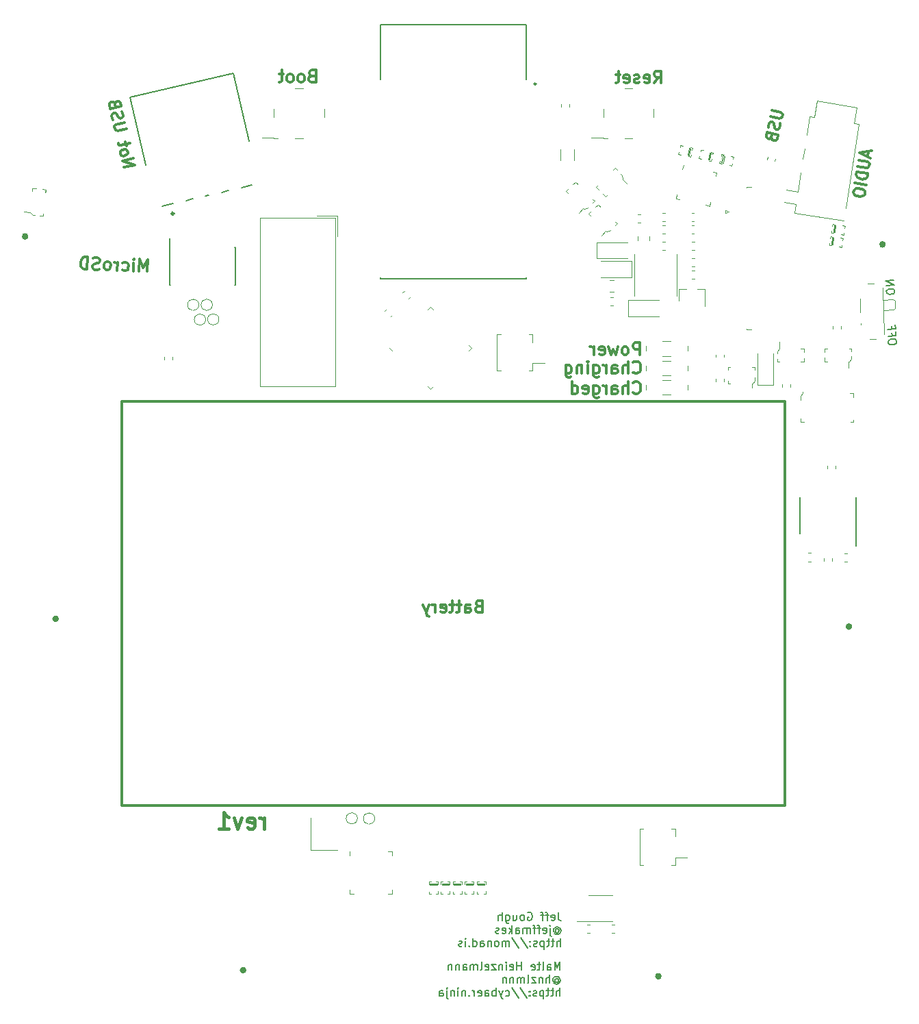
<source format=gbr>
G04 #@! TF.GenerationSoftware,KiCad,Pcbnew,5.99.0-unknown-r17145-8bd2765f*
G04 #@! TF.CreationDate,2019-12-03T04:13:14+08:00*
G04 #@! TF.ProjectId,tr20,74723230-2e6b-4696-9361-645f70636258,rev?*
G04 #@! TF.SameCoordinates,Original*
G04 #@! TF.FileFunction,Legend,Bot*
G04 #@! TF.FilePolarity,Positive*
%FSLAX46Y46*%
G04 Gerber Fmt 4.6, Leading zero omitted, Abs format (unit mm)*
G04 Created by KiCad (PCBNEW 5.99.0-unknown-r17145-8bd2765f) date 2019-12-03 04:13:14*
%MOMM*%
%LPD*%
G04 APERTURE LIST*
%ADD10C,0.200000*%
%ADD11C,0.300000*%
%ADD12C,0.400000*%
%ADD13C,0.120000*%
%ADD14C,0.100000*%
%ADD15C,0.127000*%
%ADD16C,0.240000*%
%ADD17C,0.150000*%
G04 APERTURE END LIST*
D10*
X12960590Y31723219D02*
X12960590Y31008933D01*
X13008209Y30866076D01*
X13103447Y30770838D01*
X13246304Y30723219D01*
X13341542Y30723219D01*
X12103447Y30770838D02*
X12198685Y30723219D01*
X12389161Y30723219D01*
X12484400Y30770838D01*
X12532019Y30866076D01*
X12532019Y31247028D01*
X12484400Y31342266D01*
X12389161Y31389885D01*
X12198685Y31389885D01*
X12103447Y31342266D01*
X12055828Y31247028D01*
X12055828Y31151790D01*
X12532019Y31056552D01*
X11770114Y31389885D02*
X11389161Y31389885D01*
X11627257Y30723219D02*
X11627257Y31580361D01*
X11579638Y31675600D01*
X11484400Y31723219D01*
X11389161Y31723219D01*
X11198685Y31389885D02*
X10817733Y31389885D01*
X11055828Y30723219D02*
X11055828Y31580361D01*
X11008209Y31675600D01*
X10912971Y31723219D01*
X10817733Y31723219D01*
X9198685Y31675600D02*
X9293923Y31723219D01*
X9436780Y31723219D01*
X9579638Y31675600D01*
X9674876Y31580361D01*
X9722495Y31485123D01*
X9770114Y31294647D01*
X9770114Y31151790D01*
X9722495Y30961314D01*
X9674876Y30866076D01*
X9579638Y30770838D01*
X9436780Y30723219D01*
X9341542Y30723219D01*
X9198685Y30770838D01*
X9151066Y30818457D01*
X9151066Y31151790D01*
X9341542Y31151790D01*
X8579638Y30723219D02*
X8674876Y30770838D01*
X8722495Y30818457D01*
X8770114Y30913695D01*
X8770114Y31199409D01*
X8722495Y31294647D01*
X8674876Y31342266D01*
X8579638Y31389885D01*
X8436780Y31389885D01*
X8341542Y31342266D01*
X8293923Y31294647D01*
X8246304Y31199409D01*
X8246304Y30913695D01*
X8293923Y30818457D01*
X8341542Y30770838D01*
X8436780Y30723219D01*
X8579638Y30723219D01*
X7389161Y31389885D02*
X7389161Y30723219D01*
X7817733Y31389885D02*
X7817733Y30866076D01*
X7770114Y30770838D01*
X7674876Y30723219D01*
X7532019Y30723219D01*
X7436780Y30770838D01*
X7389161Y30818457D01*
X6484400Y31389885D02*
X6484400Y30580361D01*
X6532019Y30485123D01*
X6579638Y30437504D01*
X6674876Y30389885D01*
X6817733Y30389885D01*
X6912971Y30437504D01*
X6484400Y30770838D02*
X6579638Y30723219D01*
X6770114Y30723219D01*
X6865352Y30770838D01*
X6912971Y30818457D01*
X6960590Y30913695D01*
X6960590Y31199409D01*
X6912971Y31294647D01*
X6865352Y31342266D01*
X6770114Y31389885D01*
X6579638Y31389885D01*
X6484400Y31342266D01*
X6008209Y30723219D02*
X6008209Y31723219D01*
X5579638Y30723219D02*
X5579638Y31247028D01*
X5627257Y31342266D01*
X5722495Y31389885D01*
X5865352Y31389885D01*
X5960590Y31342266D01*
X6008209Y31294647D01*
X12627257Y29589409D02*
X12674876Y29637028D01*
X12770114Y29684647D01*
X12865352Y29684647D01*
X12960590Y29637028D01*
X13008209Y29589409D01*
X13055828Y29494171D01*
X13055828Y29398933D01*
X13008209Y29303695D01*
X12960590Y29256076D01*
X12865352Y29208457D01*
X12770114Y29208457D01*
X12674876Y29256076D01*
X12627257Y29303695D01*
X12627257Y29684647D02*
X12627257Y29303695D01*
X12579638Y29256076D01*
X12532019Y29256076D01*
X12436780Y29303695D01*
X12389161Y29398933D01*
X12389161Y29637028D01*
X12484400Y29779885D01*
X12627257Y29875123D01*
X12817733Y29922742D01*
X13008209Y29875123D01*
X13151066Y29779885D01*
X13246304Y29637028D01*
X13293923Y29446552D01*
X13246304Y29256076D01*
X13151066Y29113219D01*
X13008209Y29017980D01*
X12817733Y28970361D01*
X12627257Y29017980D01*
X12484400Y29113219D01*
X11960590Y29779885D02*
X11960590Y28922742D01*
X12008209Y28827504D01*
X12103447Y28779885D01*
X12151066Y28779885D01*
X11960590Y30113219D02*
X12008209Y30065600D01*
X11960590Y30017980D01*
X11912971Y30065600D01*
X11960590Y30113219D01*
X11960590Y30017980D01*
X11103447Y29160838D02*
X11198685Y29113219D01*
X11389161Y29113219D01*
X11484400Y29160838D01*
X11532019Y29256076D01*
X11532019Y29637028D01*
X11484400Y29732266D01*
X11389161Y29779885D01*
X11198685Y29779885D01*
X11103447Y29732266D01*
X11055828Y29637028D01*
X11055828Y29541790D01*
X11532019Y29446552D01*
X10770114Y29779885D02*
X10389161Y29779885D01*
X10627257Y29113219D02*
X10627257Y29970361D01*
X10579638Y30065600D01*
X10484400Y30113219D01*
X10389161Y30113219D01*
X10198685Y29779885D02*
X9817733Y29779885D01*
X10055828Y29113219D02*
X10055828Y29970361D01*
X10008209Y30065600D01*
X9912971Y30113219D01*
X9817733Y30113219D01*
X9484400Y29113219D02*
X9484400Y29779885D01*
X9484400Y29684647D02*
X9436780Y29732266D01*
X9341542Y29779885D01*
X9198685Y29779885D01*
X9103447Y29732266D01*
X9055828Y29637028D01*
X9055828Y29113219D01*
X9055828Y29637028D02*
X9008209Y29732266D01*
X8912971Y29779885D01*
X8770114Y29779885D01*
X8674876Y29732266D01*
X8627257Y29637028D01*
X8627257Y29113219D01*
X7722495Y29113219D02*
X7722495Y29637028D01*
X7770114Y29732266D01*
X7865352Y29779885D01*
X8055828Y29779885D01*
X8151066Y29732266D01*
X7722495Y29160838D02*
X7817733Y29113219D01*
X8055828Y29113219D01*
X8151066Y29160838D01*
X8198685Y29256076D01*
X8198685Y29351314D01*
X8151066Y29446552D01*
X8055828Y29494171D01*
X7817733Y29494171D01*
X7722495Y29541790D01*
X7246304Y29113219D02*
X7246304Y30113219D01*
X7151066Y29494171D02*
X6865352Y29113219D01*
X6865352Y29779885D02*
X7246304Y29398933D01*
X6055828Y29160838D02*
X6151066Y29113219D01*
X6341542Y29113219D01*
X6436780Y29160838D01*
X6484400Y29256076D01*
X6484400Y29637028D01*
X6436780Y29732266D01*
X6341542Y29779885D01*
X6151066Y29779885D01*
X6055828Y29732266D01*
X6008209Y29637028D01*
X6008209Y29541790D01*
X6484400Y29446552D01*
X5627257Y29160838D02*
X5532019Y29113219D01*
X5341542Y29113219D01*
X5246304Y29160838D01*
X5198685Y29256076D01*
X5198685Y29303695D01*
X5246304Y29398933D01*
X5341542Y29446552D01*
X5484400Y29446552D01*
X5579638Y29494171D01*
X5627257Y29589409D01*
X5627257Y29637028D01*
X5579638Y29732266D01*
X5484400Y29779885D01*
X5341542Y29779885D01*
X5246304Y29732266D01*
X13246304Y27503219D02*
X13246304Y28503219D01*
X12817733Y27503219D02*
X12817733Y28027028D01*
X12865352Y28122266D01*
X12960590Y28169885D01*
X13103447Y28169885D01*
X13198685Y28122266D01*
X13246304Y28074647D01*
X12484400Y28169885D02*
X12103447Y28169885D01*
X12341542Y28503219D02*
X12341542Y27646076D01*
X12293923Y27550838D01*
X12198685Y27503219D01*
X12103447Y27503219D01*
X11912971Y28169885D02*
X11532019Y28169885D01*
X11770114Y28503219D02*
X11770114Y27646076D01*
X11722495Y27550838D01*
X11627257Y27503219D01*
X11532019Y27503219D01*
X11198685Y28169885D02*
X11198685Y27169885D01*
X11198685Y28122266D02*
X11103447Y28169885D01*
X10912971Y28169885D01*
X10817733Y28122266D01*
X10770114Y28074647D01*
X10722495Y27979409D01*
X10722495Y27693695D01*
X10770114Y27598457D01*
X10817733Y27550838D01*
X10912971Y27503219D01*
X11103447Y27503219D01*
X11198685Y27550838D01*
X10341542Y27550838D02*
X10246304Y27503219D01*
X10055828Y27503219D01*
X9960590Y27550838D01*
X9912971Y27646076D01*
X9912971Y27693695D01*
X9960590Y27788933D01*
X10055828Y27836552D01*
X10198685Y27836552D01*
X10293923Y27884171D01*
X10341542Y27979409D01*
X10341542Y28027028D01*
X10293923Y28122266D01*
X10198685Y28169885D01*
X10055828Y28169885D01*
X9960590Y28122266D01*
X9484400Y27598457D02*
X9436780Y27550838D01*
X9484400Y27503219D01*
X9532019Y27550838D01*
X9484400Y27598457D01*
X9484400Y27503219D01*
X9484400Y28122266D02*
X9436780Y28074647D01*
X9484400Y28027028D01*
X9532019Y28074647D01*
X9484400Y28122266D01*
X9484400Y28027028D01*
X8293923Y28550838D02*
X9151066Y27265123D01*
X7246304Y28550838D02*
X8103447Y27265123D01*
X6912971Y27503219D02*
X6912971Y28169885D01*
X6912971Y28074647D02*
X6865352Y28122266D01*
X6770114Y28169885D01*
X6627257Y28169885D01*
X6532019Y28122266D01*
X6484400Y28027028D01*
X6484400Y27503219D01*
X6484400Y28027028D02*
X6436780Y28122266D01*
X6341542Y28169885D01*
X6198685Y28169885D01*
X6103447Y28122266D01*
X6055828Y28027028D01*
X6055828Y27503219D01*
X5436780Y27503219D02*
X5532019Y27550838D01*
X5579638Y27598457D01*
X5627257Y27693695D01*
X5627257Y27979409D01*
X5579638Y28074647D01*
X5532019Y28122266D01*
X5436780Y28169885D01*
X5293923Y28169885D01*
X5198685Y28122266D01*
X5151066Y28074647D01*
X5103447Y27979409D01*
X5103447Y27693695D01*
X5151066Y27598457D01*
X5198685Y27550838D01*
X5293923Y27503219D01*
X5436780Y27503219D01*
X4674876Y28169885D02*
X4674876Y27503219D01*
X4674876Y28074647D02*
X4627257Y28122266D01*
X4532019Y28169885D01*
X4389161Y28169885D01*
X4293923Y28122266D01*
X4246304Y28027028D01*
X4246304Y27503219D01*
X3341542Y27503219D02*
X3341542Y28027028D01*
X3389161Y28122266D01*
X3484400Y28169885D01*
X3674876Y28169885D01*
X3770114Y28122266D01*
X3341542Y27550838D02*
X3436780Y27503219D01*
X3674876Y27503219D01*
X3770114Y27550838D01*
X3817733Y27646076D01*
X3817733Y27741314D01*
X3770114Y27836552D01*
X3674876Y27884171D01*
X3436780Y27884171D01*
X3341542Y27931790D01*
X2436780Y27503219D02*
X2436780Y28503219D01*
X2436780Y27550838D02*
X2532019Y27503219D01*
X2722495Y27503219D01*
X2817733Y27550838D01*
X2865352Y27598457D01*
X2912971Y27693695D01*
X2912971Y27979409D01*
X2865352Y28074647D01*
X2817733Y28122266D01*
X2722495Y28169885D01*
X2532019Y28169885D01*
X2436780Y28122266D01*
X1960590Y27598457D02*
X1912971Y27550838D01*
X1960590Y27503219D01*
X2008209Y27550838D01*
X1960590Y27598457D01*
X1960590Y27503219D01*
X1484400Y27503219D02*
X1484400Y28169885D01*
X1484400Y28503219D02*
X1532019Y28455600D01*
X1484400Y28407980D01*
X1436780Y28455600D01*
X1484400Y28503219D01*
X1484400Y28407980D01*
X1055828Y27550838D02*
X960590Y27503219D01*
X770114Y27503219D01*
X674876Y27550838D01*
X627257Y27646076D01*
X627257Y27693695D01*
X674876Y27788933D01*
X770114Y27836552D01*
X912971Y27836552D01*
X1008209Y27884171D01*
X1055828Y27979409D01*
X1055828Y28027028D01*
X1008209Y28122266D01*
X912971Y28169885D01*
X770114Y28169885D01*
X674876Y28122266D01*
D11*
X51321291Y125799548D02*
X51217001Y125141090D01*
X51737224Y125868666D02*
X50281458Y125626753D01*
X51591219Y124946824D01*
X50135452Y124704911D02*
X51254833Y124527619D01*
X51376095Y124440915D01*
X51431512Y124364640D01*
X51476500Y124222519D01*
X51434784Y123959136D01*
X51348081Y123837873D01*
X51271806Y123782456D01*
X51129685Y123737468D01*
X50010305Y123914760D01*
X51288779Y123037293D02*
X49906015Y123256301D01*
X49853870Y122927072D01*
X49888429Y122719105D01*
X49999263Y122566556D01*
X50120526Y122479852D01*
X50373481Y122372290D01*
X50571018Y122341003D01*
X50844831Y122365133D01*
X50986952Y122410121D01*
X51139501Y122520955D01*
X51236634Y122708064D01*
X51288779Y123037293D01*
X51069771Y121654529D02*
X49687007Y121873538D01*
X49541001Y120951695D02*
X49499286Y120688312D01*
X49544274Y120546191D01*
X49655107Y120393641D01*
X49908062Y120286080D01*
X50368983Y120213077D01*
X50642796Y120237207D01*
X50795345Y120348041D01*
X50882049Y120469303D01*
X50923765Y120732687D01*
X50878777Y120874808D01*
X50767943Y121027357D01*
X50514989Y121134919D01*
X50054068Y121207922D01*
X49780255Y121183792D01*
X49627705Y121072958D01*
X49541001Y120951695D01*
D10*
X13195504Y24576419D02*
X13195504Y25576419D01*
X12862171Y24862133D01*
X12528838Y25576419D01*
X12528838Y24576419D01*
X11624076Y24576419D02*
X11624076Y25100228D01*
X11671695Y25195466D01*
X11766933Y25243085D01*
X11957409Y25243085D01*
X12052647Y25195466D01*
X11624076Y24624038D02*
X11719314Y24576419D01*
X11957409Y24576419D01*
X12052647Y24624038D01*
X12100266Y24719276D01*
X12100266Y24814514D01*
X12052647Y24909752D01*
X11957409Y24957371D01*
X11719314Y24957371D01*
X11624076Y25004990D01*
X11005028Y24576419D02*
X11100266Y24624038D01*
X11147885Y24719276D01*
X11147885Y25576419D01*
X10766933Y25243085D02*
X10385980Y25243085D01*
X10624076Y25576419D02*
X10624076Y24719276D01*
X10576457Y24624038D01*
X10481219Y24576419D01*
X10385980Y24576419D01*
X9671695Y24624038D02*
X9766933Y24576419D01*
X9957409Y24576419D01*
X10052647Y24624038D01*
X10100266Y24719276D01*
X10100266Y25100228D01*
X10052647Y25195466D01*
X9957409Y25243085D01*
X9766933Y25243085D01*
X9671695Y25195466D01*
X9624076Y25100228D01*
X9624076Y25004990D01*
X10100266Y24909752D01*
X8433600Y24576419D02*
X8433600Y25576419D01*
X8433600Y25100228D02*
X7862171Y25100228D01*
X7862171Y24576419D02*
X7862171Y25576419D01*
X7005028Y24624038D02*
X7100266Y24576419D01*
X7290742Y24576419D01*
X7385980Y24624038D01*
X7433600Y24719276D01*
X7433600Y25100228D01*
X7385980Y25195466D01*
X7290742Y25243085D01*
X7100266Y25243085D01*
X7005028Y25195466D01*
X6957409Y25100228D01*
X6957409Y25004990D01*
X7433600Y24909752D01*
X6528838Y24576419D02*
X6528838Y25243085D01*
X6528838Y25576419D02*
X6576457Y25528800D01*
X6528838Y25481180D01*
X6481219Y25528800D01*
X6528838Y25576419D01*
X6528838Y25481180D01*
X6052647Y25243085D02*
X6052647Y24576419D01*
X6052647Y25147847D02*
X6005028Y25195466D01*
X5909790Y25243085D01*
X5766933Y25243085D01*
X5671695Y25195466D01*
X5624076Y25100228D01*
X5624076Y24576419D01*
X5243123Y25243085D02*
X4719314Y25243085D01*
X5243123Y24576419D01*
X4719314Y24576419D01*
X3957409Y24624038D02*
X4052647Y24576419D01*
X4243123Y24576419D01*
X4338361Y24624038D01*
X4385980Y24719276D01*
X4385980Y25100228D01*
X4338361Y25195466D01*
X4243123Y25243085D01*
X4052647Y25243085D01*
X3957409Y25195466D01*
X3909790Y25100228D01*
X3909790Y25004990D01*
X4385980Y24909752D01*
X3338361Y24576419D02*
X3433600Y24624038D01*
X3481219Y24719276D01*
X3481219Y25576419D01*
X2957409Y24576419D02*
X2957409Y25243085D01*
X2957409Y25147847D02*
X2909790Y25195466D01*
X2814552Y25243085D01*
X2671695Y25243085D01*
X2576457Y25195466D01*
X2528838Y25100228D01*
X2528838Y24576419D01*
X2528838Y25100228D02*
X2481219Y25195466D01*
X2385980Y25243085D01*
X2243123Y25243085D01*
X2147885Y25195466D01*
X2100266Y25100228D01*
X2100266Y24576419D01*
X1195504Y24576419D02*
X1195504Y25100228D01*
X1243123Y25195466D01*
X1338361Y25243085D01*
X1528838Y25243085D01*
X1624076Y25195466D01*
X1195504Y24624038D02*
X1290742Y24576419D01*
X1528838Y24576419D01*
X1624076Y24624038D01*
X1671695Y24719276D01*
X1671695Y24814514D01*
X1624076Y24909752D01*
X1528838Y24957371D01*
X1290742Y24957371D01*
X1195504Y25004990D01*
X719314Y25243085D02*
X719314Y24576419D01*
X719314Y25147847D02*
X671695Y25195466D01*
X576457Y25243085D01*
X433600Y25243085D01*
X338361Y25195466D01*
X290742Y25100228D01*
X290742Y24576419D01*
X-185447Y25243085D02*
X-185447Y24576419D01*
X-185447Y25147847D02*
X-233066Y25195466D01*
X-328304Y25243085D01*
X-471161Y25243085D01*
X-566399Y25195466D01*
X-614019Y25100228D01*
X-614019Y24576419D01*
X12576457Y23442609D02*
X12624076Y23490228D01*
X12719314Y23537847D01*
X12814552Y23537847D01*
X12909790Y23490228D01*
X12957409Y23442609D01*
X13005028Y23347371D01*
X13005028Y23252133D01*
X12957409Y23156895D01*
X12909790Y23109276D01*
X12814552Y23061657D01*
X12719314Y23061657D01*
X12624076Y23109276D01*
X12576457Y23156895D01*
X12576457Y23537847D02*
X12576457Y23156895D01*
X12528838Y23109276D01*
X12481219Y23109276D01*
X12385980Y23156895D01*
X12338361Y23252133D01*
X12338361Y23490228D01*
X12433600Y23633085D01*
X12576457Y23728323D01*
X12766933Y23775942D01*
X12957409Y23728323D01*
X13100266Y23633085D01*
X13195504Y23490228D01*
X13243123Y23299752D01*
X13195504Y23109276D01*
X13100266Y22966419D01*
X12957409Y22871180D01*
X12766933Y22823561D01*
X12576457Y22871180D01*
X12433600Y22966419D01*
X11909790Y22966419D02*
X11909790Y23966419D01*
X11481219Y22966419D02*
X11481219Y23490228D01*
X11528838Y23585466D01*
X11624076Y23633085D01*
X11766933Y23633085D01*
X11862171Y23585466D01*
X11909790Y23537847D01*
X11005028Y23633085D02*
X11005028Y22966419D01*
X11005028Y23537847D02*
X10957409Y23585466D01*
X10862171Y23633085D01*
X10719314Y23633085D01*
X10624076Y23585466D01*
X10576457Y23490228D01*
X10576457Y22966419D01*
X10195504Y23633085D02*
X9671695Y23633085D01*
X10195504Y22966419D01*
X9671695Y22966419D01*
X9147885Y22966419D02*
X9243123Y23014038D01*
X9290742Y23109276D01*
X9290742Y23966419D01*
X8766933Y22966419D02*
X8766933Y23633085D01*
X8766933Y23537847D02*
X8719314Y23585466D01*
X8624076Y23633085D01*
X8481219Y23633085D01*
X8385980Y23585466D01*
X8338361Y23490228D01*
X8338361Y22966419D01*
X8338361Y23490228D02*
X8290742Y23585466D01*
X8195504Y23633085D01*
X8052647Y23633085D01*
X7957409Y23585466D01*
X7909790Y23490228D01*
X7909790Y22966419D01*
X7433600Y23633085D02*
X7433600Y22966419D01*
X7433600Y23537847D02*
X7385980Y23585466D01*
X7290742Y23633085D01*
X7147885Y23633085D01*
X7052647Y23585466D01*
X7005028Y23490228D01*
X7005028Y22966419D01*
X6528838Y23633085D02*
X6528838Y22966419D01*
X6528838Y23537847D02*
X6481219Y23585466D01*
X6385980Y23633085D01*
X6243123Y23633085D01*
X6147885Y23585466D01*
X6100266Y23490228D01*
X6100266Y22966419D01*
X13195504Y21356419D02*
X13195504Y22356419D01*
X12766933Y21356419D02*
X12766933Y21880228D01*
X12814552Y21975466D01*
X12909790Y22023085D01*
X13052647Y22023085D01*
X13147885Y21975466D01*
X13195504Y21927847D01*
X12433600Y22023085D02*
X12052647Y22023085D01*
X12290742Y22356419D02*
X12290742Y21499276D01*
X12243123Y21404038D01*
X12147885Y21356419D01*
X12052647Y21356419D01*
X11862171Y22023085D02*
X11481219Y22023085D01*
X11719314Y22356419D02*
X11719314Y21499276D01*
X11671695Y21404038D01*
X11576457Y21356419D01*
X11481219Y21356419D01*
X11147885Y22023085D02*
X11147885Y21023085D01*
X11147885Y21975466D02*
X11052647Y22023085D01*
X10862171Y22023085D01*
X10766933Y21975466D01*
X10719314Y21927847D01*
X10671695Y21832609D01*
X10671695Y21546895D01*
X10719314Y21451657D01*
X10766933Y21404038D01*
X10862171Y21356419D01*
X11052647Y21356419D01*
X11147885Y21404038D01*
X10290742Y21404038D02*
X10195504Y21356419D01*
X10005028Y21356419D01*
X9909790Y21404038D01*
X9862171Y21499276D01*
X9862171Y21546895D01*
X9909790Y21642133D01*
X10005028Y21689752D01*
X10147885Y21689752D01*
X10243123Y21737371D01*
X10290742Y21832609D01*
X10290742Y21880228D01*
X10243123Y21975466D01*
X10147885Y22023085D01*
X10005028Y22023085D01*
X9909790Y21975466D01*
X9433600Y21451657D02*
X9385980Y21404038D01*
X9433600Y21356419D01*
X9481219Y21404038D01*
X9433600Y21451657D01*
X9433600Y21356419D01*
X9433600Y21975466D02*
X9385980Y21927847D01*
X9433600Y21880228D01*
X9481219Y21927847D01*
X9433600Y21975466D01*
X9433600Y21880228D01*
X8243123Y22404038D02*
X9100266Y21118323D01*
X7195504Y22404038D02*
X8052647Y21118323D01*
X6433600Y21404038D02*
X6528838Y21356419D01*
X6719314Y21356419D01*
X6814552Y21404038D01*
X6862171Y21451657D01*
X6909790Y21546895D01*
X6909790Y21832609D01*
X6862171Y21927847D01*
X6814552Y21975466D01*
X6719314Y22023085D01*
X6528838Y22023085D01*
X6433600Y21975466D01*
X6100266Y22023085D02*
X5862171Y21356419D01*
X5624076Y22023085D02*
X5862171Y21356419D01*
X5957409Y21118323D01*
X6005028Y21070704D01*
X6100266Y21023085D01*
X5243123Y21356419D02*
X5243123Y22356419D01*
X5243123Y21975466D02*
X5147885Y22023085D01*
X4957409Y22023085D01*
X4862171Y21975466D01*
X4814552Y21927847D01*
X4766933Y21832609D01*
X4766933Y21546895D01*
X4814552Y21451657D01*
X4862171Y21404038D01*
X4957409Y21356419D01*
X5147885Y21356419D01*
X5243123Y21404038D01*
X3909790Y21356419D02*
X3909790Y21880228D01*
X3957409Y21975466D01*
X4052647Y22023085D01*
X4243123Y22023085D01*
X4338361Y21975466D01*
X3909790Y21404038D02*
X4005028Y21356419D01*
X4243123Y21356419D01*
X4338361Y21404038D01*
X4385980Y21499276D01*
X4385980Y21594514D01*
X4338361Y21689752D01*
X4243123Y21737371D01*
X4005028Y21737371D01*
X3909790Y21784990D01*
X3052647Y21404038D02*
X3147885Y21356419D01*
X3338361Y21356419D01*
X3433600Y21404038D01*
X3481219Y21499276D01*
X3481219Y21880228D01*
X3433600Y21975466D01*
X3338361Y22023085D01*
X3147885Y22023085D01*
X3052647Y21975466D01*
X3005028Y21880228D01*
X3005028Y21784990D01*
X3481219Y21689752D01*
X2576457Y21356419D02*
X2576457Y22023085D01*
X2576457Y21832609D02*
X2528838Y21927847D01*
X2481219Y21975466D01*
X2385980Y22023085D01*
X2290742Y22023085D01*
X1957409Y21451657D02*
X1909790Y21404038D01*
X1957409Y21356419D01*
X2005028Y21404038D01*
X1957409Y21451657D01*
X1957409Y21356419D01*
X1481219Y22023085D02*
X1481219Y21356419D01*
X1481219Y21927847D02*
X1433600Y21975466D01*
X1338361Y22023085D01*
X1195504Y22023085D01*
X1100266Y21975466D01*
X1052647Y21880228D01*
X1052647Y21356419D01*
X576457Y21356419D02*
X576457Y22023085D01*
X576457Y22356419D02*
X624076Y22308800D01*
X576457Y22261180D01*
X528838Y22308800D01*
X576457Y22356419D01*
X576457Y22261180D01*
X100266Y22023085D02*
X100266Y21356419D01*
X100266Y21927847D02*
X52647Y21975466D01*
X-42590Y22023085D01*
X-185447Y22023085D01*
X-280685Y21975466D01*
X-328304Y21880228D01*
X-328304Y21356419D01*
X-804495Y22023085D02*
X-804495Y21165942D01*
X-756876Y21070704D01*
X-661638Y21023085D01*
X-614019Y21023085D01*
X-804495Y22356419D02*
X-756876Y22308800D01*
X-804495Y22261180D01*
X-852114Y22308800D01*
X-804495Y22356419D01*
X-804495Y22261180D01*
X-1709257Y21356419D02*
X-1709257Y21880228D01*
X-1661638Y21975466D01*
X-1566399Y22023085D01*
X-1375923Y22023085D01*
X-1280685Y21975466D01*
X-1709257Y21404038D02*
X-1614019Y21356419D01*
X-1375923Y21356419D01*
X-1280685Y21404038D01*
X-1233066Y21499276D01*
X-1233066Y21594514D01*
X-1280685Y21689752D01*
X-1375923Y21737371D01*
X-1614019Y21737371D01*
X-1709257Y21784990D01*
D11*
X39410283Y130871926D02*
X40516751Y130626628D01*
X40632495Y130532683D01*
X40683152Y130453167D01*
X40719380Y130308565D01*
X40661662Y130048219D01*
X40567717Y129932476D01*
X40488202Y129881819D01*
X40343600Y129845591D01*
X39237131Y130090889D01*
X40408995Y129216526D02*
X40430794Y129006837D01*
X40358647Y128681405D01*
X40264702Y128565662D01*
X40185186Y128515004D01*
X40040584Y128478777D01*
X39910411Y128507635D01*
X39794668Y128601580D01*
X39744011Y128681096D01*
X39707783Y128825698D01*
X39700414Y129100473D01*
X39664186Y129245075D01*
X39613529Y129324591D01*
X39497785Y129418536D01*
X39367613Y129447395D01*
X39223011Y129411167D01*
X39143495Y129360510D01*
X39049550Y129244766D01*
X38977403Y128919334D01*
X38999202Y128709646D01*
X39354110Y127538399D02*
X39375909Y127328711D01*
X39426566Y127249195D01*
X39542310Y127155250D01*
X39737569Y127111962D01*
X39882171Y127148190D01*
X39961687Y127198847D01*
X40055632Y127314591D01*
X40171066Y127835282D01*
X38804252Y128138297D01*
X38703246Y127682693D01*
X38739474Y127538090D01*
X38790131Y127458575D01*
X38905875Y127364630D01*
X39036048Y127335771D01*
X39180650Y127371999D01*
X39260165Y127422656D01*
X39354110Y127538399D01*
X39455116Y127994004D01*
X-17521428Y135107142D02*
X-17735714Y135035714D01*
X-17807142Y134964285D01*
X-17878571Y134821428D01*
X-17878571Y134607142D01*
X-17807142Y134464285D01*
X-17735714Y134392857D01*
X-17592857Y134321428D01*
X-17021428Y134321428D01*
X-17021428Y135821428D01*
X-17521428Y135821428D01*
X-17664285Y135750000D01*
X-17735714Y135678571D01*
X-17807142Y135535714D01*
X-17807142Y135392857D01*
X-17735714Y135250000D01*
X-17664285Y135178571D01*
X-17521428Y135107142D01*
X-17021428Y135107142D01*
X-18735714Y134321428D02*
X-18592857Y134392857D01*
X-18521428Y134464285D01*
X-18450000Y134607142D01*
X-18450000Y135035714D01*
X-18521428Y135178571D01*
X-18592857Y135250000D01*
X-18735714Y135321428D01*
X-18950000Y135321428D01*
X-19092857Y135250000D01*
X-19164285Y135178571D01*
X-19235714Y135035714D01*
X-19235714Y134607142D01*
X-19164285Y134464285D01*
X-19092857Y134392857D01*
X-18950000Y134321428D01*
X-18735714Y134321428D01*
X-20092857Y134321428D02*
X-19950000Y134392857D01*
X-19878571Y134464285D01*
X-19807142Y134607142D01*
X-19807142Y135035714D01*
X-19878571Y135178571D01*
X-19950000Y135250000D01*
X-20092857Y135321428D01*
X-20307142Y135321428D01*
X-20450000Y135250000D01*
X-20521428Y135178571D01*
X-20592857Y135035714D01*
X-20592857Y134607142D01*
X-20521428Y134464285D01*
X-20450000Y134392857D01*
X-20307142Y134321428D01*
X-20092857Y134321428D01*
X-21021428Y135321428D02*
X-21592857Y135321428D01*
X-21235714Y135821428D02*
X-21235714Y134535714D01*
X-21307142Y134392857D01*
X-21450000Y134321428D01*
X-21592857Y134321428D01*
X24857142Y134221428D02*
X25357142Y134935714D01*
X25714285Y134221428D02*
X25714285Y135721428D01*
X25142857Y135721428D01*
X25000000Y135650000D01*
X24928571Y135578571D01*
X24857142Y135435714D01*
X24857142Y135221428D01*
X24928571Y135078571D01*
X25000000Y135007142D01*
X25142857Y134935714D01*
X25714285Y134935714D01*
X23642857Y134292857D02*
X23785714Y134221428D01*
X24071428Y134221428D01*
X24214285Y134292857D01*
X24285714Y134435714D01*
X24285714Y135007142D01*
X24214285Y135150000D01*
X24071428Y135221428D01*
X23785714Y135221428D01*
X23642857Y135150000D01*
X23571428Y135007142D01*
X23571428Y134864285D01*
X24285714Y134721428D01*
X23000000Y134292857D02*
X22857142Y134221428D01*
X22571428Y134221428D01*
X22428571Y134292857D01*
X22357142Y134435714D01*
X22357142Y134507142D01*
X22428571Y134650000D01*
X22571428Y134721428D01*
X22785714Y134721428D01*
X22928571Y134792857D01*
X23000000Y134935714D01*
X23000000Y135007142D01*
X22928571Y135150000D01*
X22785714Y135221428D01*
X22571428Y135221428D01*
X22428571Y135150000D01*
X21142857Y134292857D02*
X21285714Y134221428D01*
X21571428Y134221428D01*
X21714285Y134292857D01*
X21785714Y134435714D01*
X21785714Y135007142D01*
X21714285Y135150000D01*
X21571428Y135221428D01*
X21285714Y135221428D01*
X21142857Y135150000D01*
X21071428Y135007142D01*
X21071428Y134864285D01*
X21785714Y134721428D01*
X20642857Y135221428D02*
X20071428Y135221428D01*
X20428571Y135721428D02*
X20428571Y134435714D01*
X20357142Y134292857D01*
X20214285Y134221428D01*
X20071428Y134221428D01*
X3107142Y69550742D02*
X2892857Y69479314D01*
X2821428Y69407885D01*
X2750000Y69265028D01*
X2750000Y69050742D01*
X2821428Y68907885D01*
X2892857Y68836457D01*
X3035714Y68765028D01*
X3607142Y68765028D01*
X3607142Y70265028D01*
X3107142Y70265028D01*
X2964285Y70193600D01*
X2892857Y70122171D01*
X2821428Y69979314D01*
X2821428Y69836457D01*
X2892857Y69693600D01*
X2964285Y69622171D01*
X3107142Y69550742D01*
X3607142Y69550742D01*
X1464285Y68765028D02*
X1464285Y69550742D01*
X1535714Y69693600D01*
X1678571Y69765028D01*
X1964285Y69765028D01*
X2107142Y69693600D01*
X1464285Y68836457D02*
X1607142Y68765028D01*
X1964285Y68765028D01*
X2107142Y68836457D01*
X2178571Y68979314D01*
X2178571Y69122171D01*
X2107142Y69265028D01*
X1964285Y69336457D01*
X1607142Y69336457D01*
X1464285Y69407885D01*
X964285Y69765028D02*
X392857Y69765028D01*
X749999Y70265028D02*
X749999Y68979314D01*
X678571Y68836457D01*
X535714Y68765028D01*
X392857Y68765028D01*
X107142Y69765028D02*
X-464285Y69765028D01*
X-107142Y70265028D02*
X-107142Y68979314D01*
X-178571Y68836457D01*
X-321428Y68765028D01*
X-464285Y68765028D01*
X-1535714Y68836457D02*
X-1392857Y68765028D01*
X-1107142Y68765028D01*
X-964285Y68836457D01*
X-892857Y68979314D01*
X-892857Y69550742D01*
X-964285Y69693600D01*
X-1107142Y69765028D01*
X-1392857Y69765028D01*
X-1535714Y69693600D01*
X-1607142Y69550742D01*
X-1607142Y69407885D01*
X-892857Y69265028D01*
X-2250000Y68765028D02*
X-2250000Y69765028D01*
X-2250000Y69479314D02*
X-2321428Y69622171D01*
X-2392857Y69693600D01*
X-2535714Y69765028D01*
X-2678571Y69765028D01*
X-3035714Y69765028D02*
X-3392857Y68765028D01*
X-3750000Y69765028D02*
X-3392857Y68765028D01*
X-3250000Y68407885D01*
X-3178571Y68336457D01*
X-3035714Y68265028D01*
X41000000Y44900000D02*
X41000000Y94900000D01*
X-41000000Y44900000D02*
X41000000Y44900000D01*
X-41000000Y94900000D02*
X-41000000Y44900000D01*
X41000000Y94900000D02*
X-41000000Y94900000D01*
D12*
X-23447714Y42072038D02*
X-23447714Y43405371D01*
X-23447714Y43024419D02*
X-23542952Y43214895D01*
X-23638190Y43310133D01*
X-23828666Y43405371D01*
X-24019142Y43405371D01*
X-25447714Y42167276D02*
X-25257238Y42072038D01*
X-24876285Y42072038D01*
X-24685809Y42167276D01*
X-24590571Y42357752D01*
X-24590571Y43119657D01*
X-24685809Y43310133D01*
X-24876285Y43405371D01*
X-25257238Y43405371D01*
X-25447714Y43310133D01*
X-25542952Y43119657D01*
X-25542952Y42929180D01*
X-24590571Y42738704D01*
X-26209619Y43405371D02*
X-26685809Y42072038D01*
X-27162000Y43405371D01*
X-28971523Y42072038D02*
X-27828666Y42072038D01*
X-28400095Y42072038D02*
X-28400095Y44072038D01*
X-28209619Y43786323D01*
X-28019142Y43595847D01*
X-27828666Y43500609D01*
D11*
X-40802300Y123795092D02*
X-39438181Y124110024D01*
X-40982260Y124574588D01*
X-39618142Y124889520D01*
X-41177218Y125419042D02*
X-41082267Y125304123D01*
X-41002312Y125254162D01*
X-40857399Y125219197D01*
X-40467651Y125309178D01*
X-40352732Y125404129D01*
X-40302770Y125484084D01*
X-40267806Y125628997D01*
X-40312796Y125823871D01*
X-40407748Y125938790D01*
X-40487702Y125988751D01*
X-40632615Y126023716D01*
X-41022363Y125933735D01*
X-41137282Y125838784D01*
X-41187244Y125758829D01*
X-41222208Y125613916D01*
X-41177218Y125419042D01*
X-40462764Y126473451D02*
X-40582737Y126993115D01*
X-40053048Y126773302D02*
X-41222292Y126503361D01*
X-41367205Y126538325D01*
X-41462156Y126653244D01*
X-41492149Y126783160D01*
X-40472956Y128592126D02*
X-41577242Y128337181D01*
X-41722155Y128372146D01*
X-41802110Y128422107D01*
X-41897061Y128537027D01*
X-41957048Y128796859D01*
X-41922084Y128941771D01*
X-41872123Y129021726D01*
X-41757203Y129116678D01*
X-40652917Y129371622D01*
X-42087048Y129656309D02*
X-42196996Y129836187D01*
X-42271980Y130160977D01*
X-42237015Y130305889D01*
X-42187054Y130385844D01*
X-42072135Y130480796D01*
X-41942219Y130510789D01*
X-41797306Y130475825D01*
X-41717351Y130425863D01*
X-41622400Y130310944D01*
X-41497455Y130066109D01*
X-41402503Y129951189D01*
X-41322549Y129901228D01*
X-41177636Y129866264D01*
X-41047720Y129896257D01*
X-40932801Y129991209D01*
X-40882839Y130071163D01*
X-40847875Y130216076D01*
X-40922858Y130540866D01*
X-41032807Y130720743D01*
X-41857377Y131625101D02*
X-41967325Y131804978D01*
X-42047279Y131854939D01*
X-42192192Y131889904D01*
X-42387066Y131844914D01*
X-42501985Y131749962D01*
X-42551947Y131670007D01*
X-42586911Y131525095D01*
X-42466937Y131005431D01*
X-41102819Y131320362D01*
X-41207796Y131775068D01*
X-41302748Y131889987D01*
X-41382703Y131939949D01*
X-41527615Y131974913D01*
X-41657531Y131944920D01*
X-41772451Y131849968D01*
X-41822412Y131770014D01*
X-41857377Y131625101D01*
X-41752399Y131170395D01*
D10*
X54825835Y102167805D02*
X54810559Y102357667D01*
X54755455Y102448780D01*
X54652886Y102536073D01*
X54459204Y102568263D01*
X54126944Y102541530D01*
X53940901Y102478788D01*
X53853607Y102376219D01*
X53813780Y102277468D01*
X53829056Y102087606D01*
X53884159Y101996493D01*
X53986729Y101909200D01*
X54180410Y101877010D01*
X54512670Y101903743D01*
X54698714Y101966485D01*
X54786007Y102069054D01*
X54825835Y102167805D01*
X54255703Y103316256D02*
X54282436Y102983997D01*
X53760314Y102941988D02*
X54757093Y103022187D01*
X54718903Y103496843D01*
X54186961Y104170638D02*
X54213694Y103838379D01*
X53691572Y103796370D02*
X54688351Y103876569D01*
X54650161Y104351225D01*
X54595902Y108392864D02*
X54580626Y108582727D01*
X54525522Y108673839D01*
X54422953Y108761133D01*
X54229271Y108793322D01*
X53897011Y108766589D01*
X53710968Y108703848D01*
X53623674Y108601278D01*
X53583847Y108502528D01*
X53599123Y108312665D01*
X53654226Y108221553D01*
X53756796Y108134260D01*
X53950477Y108102070D01*
X54282737Y108128803D01*
X54468781Y108191545D01*
X54556074Y108294114D01*
X54595902Y108392864D01*
X53530381Y109167047D02*
X54527160Y109247246D01*
X53484553Y109736635D01*
X54481332Y109816834D01*
D11*
X-37879840Y110938504D02*
X-37827491Y112437590D01*
X-38364579Y111384264D01*
X-38826882Y112472490D01*
X-38879231Y110973404D01*
X-39593082Y110998332D02*
X-39558182Y111997723D01*
X-39540733Y112497418D02*
X-39471840Y112423540D01*
X-39545718Y112354648D01*
X-39614610Y112428526D01*
X-39540733Y112497418D01*
X-39545718Y112354648D01*
X-40946905Y111117081D02*
X-40806628Y111040710D01*
X-40521088Y111030739D01*
X-40375825Y111097138D01*
X-40301947Y111166030D01*
X-40225576Y111306308D01*
X-40210619Y111734618D01*
X-40277019Y111879881D01*
X-40345911Y111953759D01*
X-40486188Y112030129D01*
X-40771728Y112040101D01*
X-40916991Y111973701D01*
X-41591863Y111068131D02*
X-41556964Y112067522D01*
X-41566935Y111781982D02*
X-41633335Y111927244D01*
X-41702227Y112001122D01*
X-41842504Y112077493D01*
X-41985274Y112082479D01*
X-42734024Y111108016D02*
X-42588761Y111174415D01*
X-42514884Y111243308D01*
X-42438513Y111383585D01*
X-42423556Y111811895D01*
X-42489955Y111957158D01*
X-42558848Y112031036D01*
X-42699125Y112107407D01*
X-42913280Y112114885D01*
X-43058543Y112048486D01*
X-43132421Y111979594D01*
X-43208792Y111839316D01*
X-43223749Y111411006D01*
X-43157349Y111265743D01*
X-43088457Y111191865D01*
X-42948180Y111115495D01*
X-42734024Y111108016D01*
X-43802307Y111216793D02*
X-44018955Y111152887D01*
X-44375881Y111165351D01*
X-44516158Y111241722D01*
X-44585050Y111315600D01*
X-44651450Y111460862D01*
X-44646464Y111603633D01*
X-44570093Y111743910D01*
X-44496216Y111812802D01*
X-44350953Y111879202D01*
X-44062920Y111940615D01*
X-43917657Y112007015D01*
X-43843779Y112075907D01*
X-43767408Y112216184D01*
X-43762422Y112358954D01*
X-43828822Y112504217D01*
X-43897714Y112578095D01*
X-44037991Y112654466D01*
X-44394917Y112666930D01*
X-44611565Y112603023D01*
X-45303887Y111197758D02*
X-45251537Y112696844D01*
X-45608463Y112709308D01*
X-45825111Y112645401D01*
X-45972866Y112507617D01*
X-46049237Y112367340D01*
X-46130593Y112084292D01*
X-46138072Y111870137D01*
X-46076658Y111582104D01*
X-46010259Y111436841D01*
X-45872474Y111289085D01*
X-45660812Y111210222D01*
X-45303887Y111197758D01*
X23064285Y100621428D02*
X23064285Y102121428D01*
X22492857Y102121428D01*
X22350000Y102050000D01*
X22278571Y101978571D01*
X22207142Y101835714D01*
X22207142Y101621428D01*
X22278571Y101478571D01*
X22350000Y101407142D01*
X22492857Y101335714D01*
X23064285Y101335714D01*
X21350000Y100621428D02*
X21492857Y100692857D01*
X21564285Y100764285D01*
X21635714Y100907142D01*
X21635714Y101335714D01*
X21564285Y101478571D01*
X21492857Y101550000D01*
X21350000Y101621428D01*
X21135714Y101621428D01*
X20992857Y101550000D01*
X20921428Y101478571D01*
X20850000Y101335714D01*
X20850000Y100907142D01*
X20921428Y100764285D01*
X20992857Y100692857D01*
X21135714Y100621428D01*
X21350000Y100621428D01*
X20350000Y101621428D02*
X20064285Y100621428D01*
X19778571Y101335714D01*
X19492857Y100621428D01*
X19207142Y101621428D01*
X18064285Y100692857D02*
X18207142Y100621428D01*
X18492857Y100621428D01*
X18635714Y100692857D01*
X18707142Y100835714D01*
X18707142Y101407142D01*
X18635714Y101550000D01*
X18492857Y101621428D01*
X18207142Y101621428D01*
X18064285Y101550000D01*
X17992857Y101407142D01*
X17992857Y101264285D01*
X18707142Y101121428D01*
X17350000Y100621428D02*
X17350000Y101621428D01*
X17350000Y101335714D02*
X17278571Y101478571D01*
X17207142Y101550000D01*
X17064285Y101621428D01*
X16921428Y101621428D01*
X22257142Y95964285D02*
X22328571Y95892857D01*
X22542857Y95821428D01*
X22685714Y95821428D01*
X22900000Y95892857D01*
X23042857Y96035714D01*
X23114285Y96178571D01*
X23185714Y96464285D01*
X23185714Y96678571D01*
X23114285Y96964285D01*
X23042857Y97107142D01*
X22900000Y97250000D01*
X22685714Y97321428D01*
X22542857Y97321428D01*
X22328571Y97250000D01*
X22257142Y97178571D01*
X21614285Y95821428D02*
X21614285Y97321428D01*
X20971428Y95821428D02*
X20971428Y96607142D01*
X21042857Y96750000D01*
X21185714Y96821428D01*
X21400000Y96821428D01*
X21542857Y96750000D01*
X21614285Y96678571D01*
X19614285Y95821428D02*
X19614285Y96607142D01*
X19685714Y96750000D01*
X19828571Y96821428D01*
X20114285Y96821428D01*
X20257142Y96750000D01*
X19614285Y95892857D02*
X19757142Y95821428D01*
X20114285Y95821428D01*
X20257142Y95892857D01*
X20328571Y96035714D01*
X20328571Y96178571D01*
X20257142Y96321428D01*
X20114285Y96392857D01*
X19757142Y96392857D01*
X19614285Y96464285D01*
X18900000Y95821428D02*
X18900000Y96821428D01*
X18900000Y96535714D02*
X18828571Y96678571D01*
X18757142Y96750000D01*
X18614285Y96821428D01*
X18471428Y96821428D01*
X17328571Y96821428D02*
X17328571Y95607142D01*
X17400000Y95464285D01*
X17471428Y95392857D01*
X17614285Y95321428D01*
X17828571Y95321428D01*
X17971428Y95392857D01*
X17328571Y95892857D02*
X17471428Y95821428D01*
X17757142Y95821428D01*
X17900000Y95892857D01*
X17971428Y95964285D01*
X18042857Y96107142D01*
X18042857Y96535714D01*
X17971428Y96678571D01*
X17900000Y96750000D01*
X17757142Y96821428D01*
X17471428Y96821428D01*
X17328571Y96750000D01*
X16042857Y95892857D02*
X16185714Y95821428D01*
X16471428Y95821428D01*
X16614285Y95892857D01*
X16685714Y96035714D01*
X16685714Y96607142D01*
X16614285Y96750000D01*
X16471428Y96821428D01*
X16185714Y96821428D01*
X16042857Y96750000D01*
X15971428Y96607142D01*
X15971428Y96464285D01*
X16685714Y96321428D01*
X14685714Y95821428D02*
X14685714Y97321428D01*
X14685714Y95892857D02*
X14828571Y95821428D01*
X15114285Y95821428D01*
X15257142Y95892857D01*
X15328571Y95964285D01*
X15400000Y96107142D01*
X15400000Y96535714D01*
X15328571Y96678571D01*
X15257142Y96750000D01*
X15114285Y96821428D01*
X14828571Y96821428D01*
X14685714Y96750000D01*
X22250000Y98464285D02*
X22321428Y98392857D01*
X22535714Y98321428D01*
X22678571Y98321428D01*
X22892857Y98392857D01*
X23035714Y98535714D01*
X23107142Y98678571D01*
X23178571Y98964285D01*
X23178571Y99178571D01*
X23107142Y99464285D01*
X23035714Y99607142D01*
X22892857Y99750000D01*
X22678571Y99821428D01*
X22535714Y99821428D01*
X22321428Y99750000D01*
X22250000Y99678571D01*
X21607142Y98321428D02*
X21607142Y99821428D01*
X20964285Y98321428D02*
X20964285Y99107142D01*
X21035714Y99250000D01*
X21178571Y99321428D01*
X21392857Y99321428D01*
X21535714Y99250000D01*
X21607142Y99178571D01*
X19607142Y98321428D02*
X19607142Y99107142D01*
X19678571Y99250000D01*
X19821428Y99321428D01*
X20107142Y99321428D01*
X20250000Y99250000D01*
X19607142Y98392857D02*
X19750000Y98321428D01*
X20107142Y98321428D01*
X20250000Y98392857D01*
X20321428Y98535714D01*
X20321428Y98678571D01*
X20250000Y98821428D01*
X20107142Y98892857D01*
X19750000Y98892857D01*
X19607142Y98964285D01*
X18892857Y98321428D02*
X18892857Y99321428D01*
X18892857Y99035714D02*
X18821428Y99178571D01*
X18750000Y99250000D01*
X18607142Y99321428D01*
X18464285Y99321428D01*
X17321428Y99321428D02*
X17321428Y98107142D01*
X17392857Y97964285D01*
X17464285Y97892857D01*
X17607142Y97821428D01*
X17821428Y97821428D01*
X17964285Y97892857D01*
X17321428Y98392857D02*
X17464285Y98321428D01*
X17750000Y98321428D01*
X17892857Y98392857D01*
X17964285Y98464285D01*
X18035714Y98607142D01*
X18035714Y99035714D01*
X17964285Y99178571D01*
X17892857Y99250000D01*
X17750000Y99321428D01*
X17464285Y99321428D01*
X17321428Y99250000D01*
X16607142Y98321428D02*
X16607142Y99321428D01*
X16607142Y99821428D02*
X16678571Y99750000D01*
X16607142Y99678571D01*
X16535714Y99750000D01*
X16607142Y99821428D01*
X16607142Y99678571D01*
X15892857Y99321428D02*
X15892857Y98321428D01*
X15892857Y99178571D02*
X15821428Y99250000D01*
X15678571Y99321428D01*
X15464285Y99321428D01*
X15321428Y99250000D01*
X15250000Y99107142D01*
X15250000Y98321428D01*
X13892857Y99321428D02*
X13892857Y98107142D01*
X13964285Y97964285D01*
X14035714Y97892857D01*
X14178571Y97821428D01*
X14392857Y97821428D01*
X14535714Y97892857D01*
X13892857Y98392857D02*
X14035714Y98321428D01*
X14321428Y98321428D01*
X14464285Y98392857D01*
X14535714Y98464285D01*
X14607142Y98607142D01*
X14607142Y99035714D01*
X14535714Y99178571D01*
X14464285Y99250000D01*
X14321428Y99321428D01*
X14035714Y99321428D01*
X13892857Y99250000D01*
D13*
X28351694Y123599332D02*
X28454503Y124063072D01*
X31661097Y119029728D02*
X31197356Y119132537D01*
X31763906Y119493468D02*
X31661097Y119029728D01*
X32574472Y123149697D02*
X32110732Y123252506D01*
X32471663Y122685956D02*
X32574472Y123149697D01*
X27541128Y119943103D02*
X28004868Y119840294D01*
X27643937Y120406844D02*
X27541128Y119943103D01*
X33657800Y118121400D02*
X33657800Y118521400D01*
X34057800Y118321400D02*
X33657800Y118121400D01*
X33657800Y118521400D02*
X34057800Y118321400D01*
X36247800Y103746400D02*
X36847800Y103746400D01*
X36247800Y103856400D02*
X36247800Y103746400D01*
X36247800Y121396400D02*
X36847800Y121396400D01*
X36247800Y121286400D02*
X36247800Y121396400D01*
X22082800Y112221400D02*
X18232800Y112221400D01*
X22082800Y110221400D02*
X18232800Y110221400D01*
X22082800Y112221400D02*
X22082800Y110221400D01*
D14*
X19066200Y127400000D02*
X18566200Y127400000D01*
X18566200Y127400000D02*
X18566200Y127500000D01*
X18566200Y127500000D02*
X18266200Y127500000D01*
X18266200Y127500000D02*
X17066200Y127500000D01*
X21666200Y127400000D02*
X21166200Y127400000D01*
X21666200Y127400000D02*
X22166200Y127400000D01*
X21666200Y133600000D02*
X22166200Y133600000D01*
X21666200Y133600000D02*
X21166200Y133600000D01*
X24766200Y130500000D02*
X24766200Y131000000D01*
X24766200Y130500000D02*
X24766200Y130000000D01*
X18566200Y130500000D02*
X18566200Y131000000D01*
X18566200Y130500000D02*
X18566200Y130000000D01*
X-21700800Y127400000D02*
X-22200800Y127400000D01*
X-22200800Y127400000D02*
X-22200800Y127500000D01*
X-22200800Y127500000D02*
X-22500800Y127500000D01*
X-22500800Y127500000D02*
X-23700800Y127500000D01*
X-19100800Y127400000D02*
X-19600800Y127400000D01*
X-19100800Y127400000D02*
X-18600800Y127400000D01*
X-19100800Y133600000D02*
X-18600800Y133600000D01*
X-19100800Y133600000D02*
X-19600800Y133600000D01*
X-16000800Y130500000D02*
X-16000800Y131000000D01*
X-16000800Y130500000D02*
X-16000800Y130000000D01*
X-22200800Y130500000D02*
X-22200800Y131000000D01*
X-22200800Y130500000D02*
X-22200800Y130000000D01*
D12*
X-52790079Y115267110D02*
G75*
G03X-52790079Y115267110I-200000J0D01*
G01*
X49139255Y67039577D02*
G75*
G03X49139255Y67039577I-200001J0D01*
G01*
X-49014891Y68000839D02*
G75*
G03X-49014891Y68000839I-200000J0D01*
G01*
X-25813933Y24559305D02*
G75*
G03X-25813933Y24559305I-200000J0D01*
G01*
X25557874Y23804595D02*
G75*
G03X25557874Y23804595I-200000J0D01*
G01*
X53294609Y114272588D02*
G75*
G03X53294609Y114272588I-200001J0D01*
G01*
D13*
X39608000Y96910800D02*
X37608000Y96910800D01*
X37608000Y96910800D02*
X37608000Y100760800D01*
X39608000Y96910800D02*
X39608000Y100760800D01*
D11*
X-34588580Y118089816D02*
G75*
G03X-34588580Y118089816I-150000J0D01*
G01*
D15*
X-34667492Y119337793D02*
X-36031610Y119022862D01*
X-33108500Y119697716D02*
X-32231567Y119900171D01*
X-30672575Y120260093D02*
X-30282827Y120350074D01*
X-28626398Y120732490D02*
X-27846902Y120912452D01*
X-26190472Y121294867D02*
X-24923791Y121587304D01*
X-38074560Y124093251D02*
X-40009139Y132472834D01*
X-40009139Y132472834D02*
X-27244892Y135419693D01*
X-27244892Y135419693D02*
X-25310312Y127040110D01*
D14*
X2385800Y35292600D02*
X2385800Y35092600D01*
X1525800Y35292600D02*
X1525800Y35092600D01*
X2380800Y35292600D02*
X1530800Y35292600D01*
X2255800Y35517601D02*
X2505800Y35517600D01*
X2505800Y35217600D02*
X2505800Y35517600D01*
X2505800Y33967600D02*
X2255800Y33967600D01*
X2505800Y33967600D02*
X2505800Y34292600D01*
X1405800Y35217600D02*
X1405800Y35517600D01*
X1405800Y35517600D02*
X1655800Y35517600D01*
X1405800Y34267600D02*
X1405800Y33967600D01*
X1405800Y33967600D02*
X1630800Y33967600D01*
X2380800Y35192600D02*
X1530800Y35192600D01*
X2380800Y35092600D02*
X1530800Y35092600D01*
X3859000Y35292600D02*
X3859000Y35092600D01*
X2999000Y35292600D02*
X2999000Y35092600D01*
X3854000Y35292600D02*
X3004000Y35292600D01*
X3729000Y35517601D02*
X3979000Y35517600D01*
X3979000Y35217600D02*
X3979000Y35517600D01*
X3979000Y33967600D02*
X3729000Y33967600D01*
X3979000Y33967600D02*
X3979000Y34292600D01*
X2879000Y35217600D02*
X2879000Y35517600D01*
X2879000Y35517600D02*
X3129000Y35517600D01*
X2879000Y34267600D02*
X2879000Y33967600D01*
X2879000Y33967600D02*
X3104000Y33967600D01*
X3854000Y35192600D02*
X3004000Y35192600D01*
X3854000Y35092600D02*
X3004000Y35092600D01*
D13*
X52300365Y102560398D02*
X51510846Y102532828D01*
X51270039Y109428624D02*
X52059558Y109456195D01*
X50285243Y107543107D02*
X50344572Y105844142D01*
X53089883Y108891809D02*
X53288810Y103195281D01*
X54475070Y106188505D02*
X53185856Y106143484D01*
X54646553Y107295163D02*
X54677963Y106395712D01*
X53140487Y107442692D02*
X54429701Y107487713D01*
X54475070Y106188505D02*
X54677963Y106395712D01*
X54429701Y107487713D02*
X54646553Y107295163D01*
X50389942Y104544934D02*
X50396921Y104345056D01*
X-14328200Y117842600D02*
X-16868200Y117842600D01*
X-14328200Y117842600D02*
X-14328200Y115302600D01*
X-14578200Y117592600D02*
X-23928200Y117592600D01*
X-14578200Y96732600D02*
X-14578200Y117592600D01*
X-23928200Y96732600D02*
X-14578200Y96732600D01*
X-23928200Y117592600D02*
X-23928200Y96732600D01*
X-31497400Y106807000D02*
G75*
G03X-31497400Y106807000I-700000J0D01*
G01*
X-30659200Y104978200D02*
G75*
G03X-30659200Y104978200I-700000J0D01*
G01*
X-29821000Y106807000D02*
G75*
G03X-29821000Y106807000I-700000J0D01*
G01*
X-29008200Y105003600D02*
G75*
G03X-29008200Y105003600I-700000J0D01*
G01*
X23027700Y42033500D02*
X23477700Y42033500D01*
X23027700Y37563500D02*
X23027700Y42033500D01*
X23477700Y37563500D02*
X23027700Y37563500D01*
X27447700Y42033500D02*
X27447700Y41083500D01*
X26997700Y42033500D02*
X27447700Y42033500D01*
X27447700Y38513500D02*
X28937700Y38513500D01*
X27447700Y37563500D02*
X27447700Y38513500D01*
X26997700Y37563500D02*
X27447700Y37563500D01*
X5390000Y103135000D02*
X5840000Y103135000D01*
X5390000Y98665000D02*
X5390000Y103135000D01*
X5840000Y98665000D02*
X5390000Y98665000D01*
X9810000Y103135000D02*
X9810000Y102185000D01*
X9360000Y103135000D02*
X9810000Y103135000D01*
X9810000Y99615000D02*
X11300000Y99615000D01*
X9810000Y98665000D02*
X9810000Y99615000D01*
X9360000Y98665000D02*
X9810000Y98665000D01*
X-3167976Y96712965D02*
X-2832100Y96377089D01*
X-2832100Y96377089D02*
X-2496224Y96712965D01*
X-2496224Y106251835D02*
X-2832100Y106587711D01*
X-2832100Y106587711D02*
X-3167976Y106251835D01*
X1937335Y101818276D02*
X2273211Y101482400D01*
X2273211Y101482400D02*
X1937335Y101146524D01*
X-7601535Y101146524D02*
X-7937411Y101482400D01*
D16*
X10220000Y134125000D02*
G75*
G03X10220000Y134125000I-120000J0D01*
G01*
D15*
X9000000Y110175000D02*
X9000000Y110025000D01*
X-9000000Y110025000D02*
X-9000000Y110225000D01*
X9000000Y110025000D02*
X-9000000Y110025000D01*
X-9000000Y141425000D02*
X-9000000Y134675000D01*
X9000000Y141425000D02*
X-9000000Y141425000D01*
X9000000Y134675000D02*
X9000000Y141425000D01*
D13*
X14972000Y124674000D02*
X14972000Y126024000D01*
X13222000Y124674000D02*
X13222000Y126024000D01*
D14*
X49250000Y100425000D02*
X49250000Y100150000D01*
X49250000Y100150000D02*
X48975000Y99775000D01*
X48975000Y99775000D02*
X48925000Y99775000D01*
X48925000Y99775000D02*
X48925000Y99000000D01*
X45950000Y100250000D02*
X45950000Y99775000D01*
X45950000Y99775000D02*
X46300000Y99775000D01*
X46175000Y101425000D02*
X46300000Y101425000D01*
X46250000Y101425000D02*
X45950000Y101425000D01*
X45950000Y101425000D02*
X45950000Y100975000D01*
X49250000Y101050000D02*
X49250000Y101425000D01*
X49250000Y101425000D02*
X48950000Y101425000D01*
D13*
X38786057Y124767064D02*
X38856521Y125084905D01*
X39781879Y124546295D02*
X39852343Y124864136D01*
X33510000Y100337221D02*
X33510000Y100662779D01*
X32490000Y100337221D02*
X32490000Y100662779D01*
X32490000Y97337221D02*
X32490000Y97662779D01*
X33510000Y97337221D02*
X33510000Y97662779D01*
X47957200Y103875621D02*
X47957200Y104201179D01*
X46937200Y103875621D02*
X46937200Y104201179D01*
X41708800Y96662021D02*
X41708800Y96987579D01*
X40688800Y96662021D02*
X40688800Y96987579D01*
X24255800Y114746022D02*
X24255800Y115263178D01*
X22835800Y114746022D02*
X22835800Y115263178D01*
X19341422Y108440000D02*
X19858578Y108440000D01*
X19341422Y109860000D02*
X19858578Y109860000D01*
D14*
X33540283Y125200680D02*
X33356310Y124370828D01*
X33442654Y125222324D02*
X33258680Y124392472D01*
X34427588Y124005296D02*
X34476287Y124224963D01*
X34134699Y124070228D02*
X34427588Y124005296D01*
X32914329Y124340778D02*
X32968439Y124584852D01*
X33207218Y124275846D02*
X32914329Y124340778D01*
X34665671Y125079222D02*
X34348375Y125149565D01*
X34665671Y125079222D02*
X34611561Y124835148D01*
X33445301Y125349772D02*
X33152412Y125414704D01*
X33098302Y125170630D02*
X33152412Y125414704D01*
X33345024Y125243968D02*
X33161050Y124414116D01*
X33159968Y124409235D02*
X33355227Y124365947D01*
X33346106Y125248849D02*
X33541365Y125205561D01*
X28969717Y125339320D02*
X29153690Y126169172D01*
X29067346Y125317676D02*
X29251320Y126147528D01*
X28082412Y126534704D02*
X28033713Y126315037D01*
X28375301Y126469772D02*
X28082412Y126534704D01*
X29595671Y126199222D02*
X29541561Y125955148D01*
X29302782Y126264154D02*
X29595671Y126199222D01*
X27844329Y125460778D02*
X28161625Y125390435D01*
X27844329Y125460778D02*
X27898439Y125704852D01*
X29064699Y125190228D02*
X29357588Y125125296D01*
X29411698Y125369370D02*
X29357588Y125125296D01*
X29164976Y125296032D02*
X29348950Y126125884D01*
X29350032Y126130765D02*
X29154773Y126174053D01*
X29163894Y125291151D02*
X28968635Y125334439D01*
X23800000Y96900000D02*
X23800000Y96300000D01*
X29000000Y96900000D02*
X29000000Y96300000D01*
X26400000Y95700000D02*
X26900000Y95700000D01*
X26400000Y95700000D02*
X25900000Y95700000D01*
X26400000Y97500000D02*
X26900000Y97500000D01*
X26400000Y97500000D02*
X25900000Y97500000D01*
X23800000Y101700000D02*
X23800000Y101100000D01*
X29000000Y101700000D02*
X29000000Y101100000D01*
X26400000Y100500000D02*
X26900000Y100500000D01*
X26400000Y100500000D02*
X25900000Y100500000D01*
X26400000Y102300000D02*
X26900000Y102300000D01*
X26400000Y102300000D02*
X25900000Y102300000D01*
D13*
X17700000Y112550000D02*
X17700000Y114550000D01*
X17700000Y114550000D02*
X21550000Y114550000D01*
X17700000Y112550000D02*
X21550000Y112550000D01*
X21600000Y105400000D02*
X21600000Y107400000D01*
X21600000Y107400000D02*
X25450000Y107400000D01*
X21600000Y105400000D02*
X25450000Y105400000D01*
X22400000Y113050000D02*
X22400000Y107950000D01*
X27600000Y113050000D02*
X27600000Y107950000D01*
D14*
X16740521Y118957068D02*
X16546066Y118762614D01*
X16546066Y118762614D02*
X16086447Y118691903D01*
X16086447Y118691903D02*
X16051091Y118727258D01*
X16051091Y118727258D02*
X15503084Y118179251D01*
X14283324Y121166777D02*
X13947449Y120830901D01*
X13947449Y120830901D02*
X14194936Y120583414D01*
X15273274Y121838528D02*
X15361662Y121750140D01*
X15326307Y121785495D02*
X15114175Y121997627D01*
X15114175Y121997627D02*
X14795977Y121679429D01*
X17182462Y119399010D02*
X17447627Y119664175D01*
X17447627Y119664175D02*
X17235495Y119876307D01*
X19542983Y116159530D02*
X19348528Y115965076D01*
X19348528Y115965076D02*
X18888909Y115894365D01*
X18888909Y115894365D02*
X18853553Y115929720D01*
X18853553Y115929720D02*
X18305546Y115381713D01*
X17085786Y118369239D02*
X16749911Y118033363D01*
X16749911Y118033363D02*
X16997398Y117785876D01*
X18075736Y119040990D02*
X18164124Y118952602D01*
X18128769Y118987957D02*
X17916637Y119200089D01*
X17916637Y119200089D02*
X17598439Y118881891D01*
X19984924Y116601472D02*
X20250089Y116866637D01*
X20250089Y116866637D02*
X20037957Y117078769D01*
X40050000Y99775000D02*
X40350000Y99775000D01*
X40050000Y100150000D02*
X40050000Y99775000D01*
X43350000Y99775000D02*
X43350000Y100225000D01*
X43050000Y99775000D02*
X43350000Y99775000D01*
X43125000Y99775000D02*
X43000000Y99775000D01*
X43350000Y101425000D02*
X43000000Y101425000D01*
X43350000Y100950000D02*
X43350000Y101425000D01*
X40375000Y101425000D02*
X40375000Y102200000D01*
X40325000Y101425000D02*
X40375000Y101425000D01*
X40050000Y101050000D02*
X40325000Y101425000D01*
X40050000Y100775000D02*
X40050000Y101050000D01*
D13*
X27920000Y108760000D02*
X28850000Y108760000D01*
X31080000Y108760000D02*
X30150000Y108760000D01*
X31080000Y108760000D02*
X31080000Y106600000D01*
X27920000Y108760000D02*
X27920000Y107300000D01*
D14*
X37250000Y97425000D02*
X37250000Y97800000D01*
X36925000Y97100000D02*
X36925000Y96575000D01*
X37025000Y97100000D02*
X36925000Y97100000D01*
X37250000Y97425000D02*
X37025000Y97100000D01*
X33950000Y99100000D02*
X33950000Y98775000D01*
X34250000Y99100000D02*
X33950000Y99100000D01*
X33950000Y97100000D02*
X33950000Y97400000D01*
X34275000Y97100000D02*
X33950000Y97100000D01*
X37250000Y99100000D02*
X37250000Y98800000D01*
X36925000Y99100000D02*
X37250000Y99100000D01*
X49475000Y92325000D02*
X49475000Y92625000D01*
X49100000Y92325000D02*
X49475000Y92325000D01*
X42925000Y92325000D02*
X42925000Y92725000D01*
X43425000Y92325000D02*
X42925000Y92325000D01*
X49475000Y95875000D02*
X49025000Y95875000D01*
X49475000Y95400000D02*
X49475000Y95875000D01*
X43225000Y95875000D02*
X43225000Y96070000D01*
X42925000Y95550000D02*
X43225000Y95875000D01*
X42925000Y95075000D02*
X42925000Y95550000D01*
X23800000Y99300000D02*
X23800000Y98700000D01*
X29000000Y99300000D02*
X29000000Y98700000D01*
X26400000Y98100000D02*
X26900000Y98100000D01*
X26400000Y98100000D02*
X25900000Y98100000D01*
X26400000Y99900000D02*
X26900000Y99900000D01*
X26400000Y99900000D02*
X25900000Y99900000D01*
X20696070Y123013783D02*
X20890524Y122819328D01*
X20890524Y122819328D02*
X20961235Y122359709D01*
X20961235Y122359709D02*
X20925880Y122324353D01*
X20925880Y122324353D02*
X21473887Y121776346D01*
X18486361Y120556586D02*
X18822237Y120220711D01*
X18822237Y120220711D02*
X19069724Y120468198D01*
X17814610Y121546536D02*
X17902998Y121634924D01*
X17867643Y121599569D02*
X17655511Y121387437D01*
X17655511Y121387437D02*
X17973709Y121069239D01*
X20254128Y123455724D02*
X19988963Y123720889D01*
X19988963Y123720889D02*
X19776831Y123508757D01*
X31499717Y124779320D02*
X31683690Y125609172D01*
X31597346Y124757676D02*
X31781320Y125587528D01*
X30612412Y125974704D02*
X30563713Y125755037D01*
X30905301Y125909772D02*
X30612412Y125974704D01*
X32125671Y125639222D02*
X32071561Y125395148D01*
X31832782Y125704154D02*
X32125671Y125639222D01*
X30374329Y124900778D02*
X30691625Y124830435D01*
X30374329Y124900778D02*
X30428439Y125144852D01*
X31594699Y124630228D02*
X31887588Y124565296D01*
X31941698Y124809370D02*
X31887588Y124565296D01*
X31694976Y124736032D02*
X31878950Y125565884D01*
X31880032Y125570765D02*
X31684773Y125614053D01*
X31693894Y124731151D02*
X31498635Y124774439D01*
D13*
X13358400Y131622779D02*
X13358400Y131297221D01*
X14378400Y131622779D02*
X14378400Y131297221D01*
X-35762281Y100349255D02*
X-35767963Y100023747D01*
X-34742437Y100331453D02*
X-34748119Y100005945D01*
X-6292327Y108297122D02*
X-6062122Y108527327D01*
X-5571078Y107575873D02*
X-5340873Y107806078D01*
X-8271922Y106292127D02*
X-8502127Y106061922D01*
X-7550673Y105570878D02*
X-7780878Y105340673D01*
X45819600Y75448379D02*
X45819600Y75122821D01*
X46839600Y75448379D02*
X46839600Y75122821D01*
X48727579Y75074011D02*
X48402021Y75074011D01*
X48727579Y76094011D02*
X48402021Y76094011D01*
X44257179Y75099311D02*
X43931621Y75099311D01*
X44257179Y76119311D02*
X43931621Y76119311D01*
X46226000Y86546432D02*
X46226000Y86871990D01*
X47246000Y86546432D02*
X47246000Y86871990D01*
X16575821Y29131800D02*
X16901379Y29131800D01*
X16575821Y30151800D02*
X16901379Y30151800D01*
X19898579Y29131800D02*
X19573021Y29131800D01*
X19898579Y30151800D02*
X19573021Y30151800D01*
D14*
X-2038800Y35092600D02*
X-2888800Y35092600D01*
X-2038800Y35192600D02*
X-2888800Y35192600D01*
X-3013800Y33967600D02*
X-2788800Y33967600D01*
X-3013800Y34267600D02*
X-3013800Y33967600D01*
X-3013800Y35517600D02*
X-2763800Y35517600D01*
X-3013800Y35217600D02*
X-3013800Y35517600D01*
X-1913800Y33967600D02*
X-1913800Y34292600D01*
X-1913800Y33967600D02*
X-2163800Y33967600D01*
X-1913800Y35217600D02*
X-1913800Y35517600D01*
X-2163800Y35517601D02*
X-1913800Y35517600D01*
X-2038800Y35292600D02*
X-2888800Y35292600D01*
X-2893800Y35292600D02*
X-2893800Y35092600D01*
X-2033800Y35292600D02*
X-2033800Y35092600D01*
X-560600Y35292600D02*
X-560600Y35092600D01*
X-1420600Y35292600D02*
X-1420600Y35092600D01*
X-565600Y35292600D02*
X-1415600Y35292600D01*
X-690600Y35517601D02*
X-440600Y35517600D01*
X-440600Y35217600D02*
X-440600Y35517600D01*
X-440600Y33967600D02*
X-690600Y33967600D01*
X-440600Y33967600D02*
X-440600Y34292600D01*
X-1540600Y35217600D02*
X-1540600Y35517600D01*
X-1540600Y35517600D02*
X-1290600Y35517600D01*
X-1540600Y34267600D02*
X-1540600Y33967600D01*
X-1540600Y33967600D02*
X-1315600Y33967600D01*
X-565600Y35192600D02*
X-1415600Y35192600D01*
X-565600Y35092600D02*
X-1415600Y35092600D01*
X907600Y35092600D02*
X57600Y35092600D01*
X907600Y35192600D02*
X57600Y35192600D01*
X-67400Y33967600D02*
X157600Y33967600D01*
X-67400Y34267600D02*
X-67400Y33967600D01*
X-67400Y35517600D02*
X182600Y35517600D01*
X-67400Y35217600D02*
X-67400Y35517600D01*
X1032600Y33967600D02*
X1032600Y34292600D01*
X1032600Y33967600D02*
X782600Y33967600D01*
X1032600Y35217600D02*
X1032600Y35517600D01*
X782600Y35517601D02*
X1032600Y35517600D01*
X907600Y35292600D02*
X57600Y35292600D01*
X52600Y35292600D02*
X52600Y35092600D01*
X912600Y35292600D02*
X912600Y35092600D01*
X47320394Y116603320D02*
X47187424Y115763785D01*
X47221625Y116618963D02*
X47088656Y115779428D01*
X48279020Y115464335D02*
X48314217Y115686565D01*
X47982713Y115511265D02*
X48279020Y115464335D01*
X46748103Y115706808D02*
X46787211Y115953730D01*
X47044409Y115659878D02*
X46748103Y115706808D01*
X48451097Y116550792D02*
X48130099Y116601633D01*
X48451097Y116550792D02*
X48411989Y116303870D01*
X47216487Y116746335D02*
X46920180Y116793265D01*
X46881071Y116546343D02*
X46920180Y116793265D01*
X47122856Y116634607D02*
X46989887Y115795071D01*
X46989105Y115790133D02*
X47186642Y115758846D01*
X47123638Y116639545D02*
X47321176Y116608258D01*
X46869638Y115115545D02*
X47067176Y115084258D01*
X46735105Y114266133D02*
X46932642Y114234846D01*
X46868856Y115110607D02*
X46735887Y114271071D01*
X46627071Y115022343D02*
X46666180Y115269265D01*
X46962487Y115222335D02*
X46666180Y115269265D01*
X48197097Y115026792D02*
X48157989Y114779870D01*
X48197097Y115026792D02*
X47876099Y115077633D01*
X46790409Y114135878D02*
X46494103Y114182808D01*
X46494103Y114182808D02*
X46533211Y114429730D01*
X47728713Y113987265D02*
X48025020Y113940335D01*
X48025020Y113940335D02*
X48060217Y114162565D01*
X46967625Y115094963D02*
X46834656Y114255428D01*
X47066394Y115079320D02*
X46933424Y114239785D01*
X-50786991Y117779803D02*
X-50755633Y118078159D01*
X-51159937Y117819001D02*
X-50786991Y117779803D01*
X-50442047Y121061725D02*
X-50889582Y121108763D01*
X-50473406Y120763369D02*
X-50442047Y121061725D01*
X-50465566Y120837958D02*
X-50478632Y120713642D01*
X-52083009Y121234197D02*
X-52119594Y120886114D01*
X-51610611Y121184546D02*
X-52083009Y121234197D01*
X-52393981Y118275494D02*
X-53164735Y118356504D01*
X-52399207Y118225768D02*
X-52393981Y118275494D01*
X-52055007Y117913077D02*
X-52399207Y118225768D01*
X-51781513Y117884331D02*
X-52055007Y117913077D01*
D13*
X-9739400Y43307000D02*
G75*
G03X-9739400Y43307000I-700000J0D01*
G01*
X-11873000Y43332400D02*
G75*
G03X-11873000Y43332400I-700000J0D01*
G01*
D17*
X-27004000Y113907200D02*
X-27004000Y109257200D01*
X-35104000Y114982200D02*
X-35104000Y109257200D01*
X-27004000Y113907200D02*
X-27029000Y113907200D01*
X-27004000Y109257200D02*
X-27029000Y109257200D01*
X-35054000Y109257200D02*
X-35029000Y109257200D01*
X49779600Y77022000D02*
X49779600Y82997000D01*
X42879600Y78547000D02*
X42879600Y82997000D01*
D13*
X-12795400Y34468800D02*
X-12795400Y33993800D01*
X-12795400Y33993800D02*
X-12320400Y33993800D01*
X-7575400Y38738800D02*
X-7575400Y39213800D01*
X-7575400Y39213800D02*
X-8050400Y39213800D01*
X-7575400Y34468800D02*
X-7575400Y33993800D01*
X-7575400Y33993800D02*
X-8050400Y33993800D01*
X-12795400Y38738800D02*
X-12795400Y39213800D01*
X18211800Y33791800D02*
X19711800Y33791800D01*
X18211800Y33791800D02*
X16711800Y33791800D01*
X18211800Y30571800D02*
X19711800Y30571800D01*
X18211800Y30571800D02*
X15286800Y30571800D01*
X-17677400Y39379000D02*
X-17677400Y43379000D01*
X-14377400Y39379000D02*
X-17677400Y39379000D01*
X49592891Y129247827D02*
X49905759Y131223204D01*
X44654449Y130029999D02*
X44967318Y132005376D01*
X44967318Y132005376D02*
X49905759Y131223204D01*
X49592891Y129247827D02*
X50185504Y129153966D01*
X44061836Y130123860D02*
X44654449Y130029999D01*
X48292647Y117202937D02*
X42168979Y118172831D01*
X44061836Y130123860D02*
X43690304Y127778100D01*
X43432187Y126148414D02*
X43221001Y124815035D01*
X42962884Y123185349D02*
X42587441Y120814897D01*
X42344968Y119283980D02*
X42168979Y118172831D01*
X48539031Y118758547D02*
X50185504Y129153966D01*
X42344968Y119283980D02*
X40962204Y119502989D01*
X42587441Y120814897D02*
X41204677Y121033906D01*
X19437221Y107760000D02*
X19762779Y107760000D01*
X19437221Y106740000D02*
X19762779Y106740000D01*
X29479021Y109998800D02*
X29804579Y109998800D01*
X29479021Y111018800D02*
X29804579Y111018800D01*
X29479021Y112568200D02*
X29804579Y112568200D01*
X29479021Y111548200D02*
X29804579Y111548200D01*
X29479021Y113554800D02*
X29804579Y113554800D01*
X29479021Y114574800D02*
X29804579Y114574800D01*
X26197779Y113554800D02*
X25872221Y113554800D01*
X26197779Y114574800D02*
X25872221Y114574800D01*
X26188779Y115636400D02*
X25863221Y115636400D01*
X26188779Y116656400D02*
X25863221Y116656400D01*
X29470021Y116656400D02*
X29795579Y116656400D01*
X29470021Y115636400D02*
X29795579Y115636400D01*
X26188779Y118156600D02*
X25863221Y118156600D01*
X26188779Y117136600D02*
X25863221Y117136600D01*
X23175179Y116958400D02*
X22849621Y116958400D01*
X23175179Y117978400D02*
X22849621Y117978400D01*
X29470021Y117136600D02*
X29795579Y117136600D01*
X29470021Y118156600D02*
X29795579Y118156600D01*
M02*

</source>
